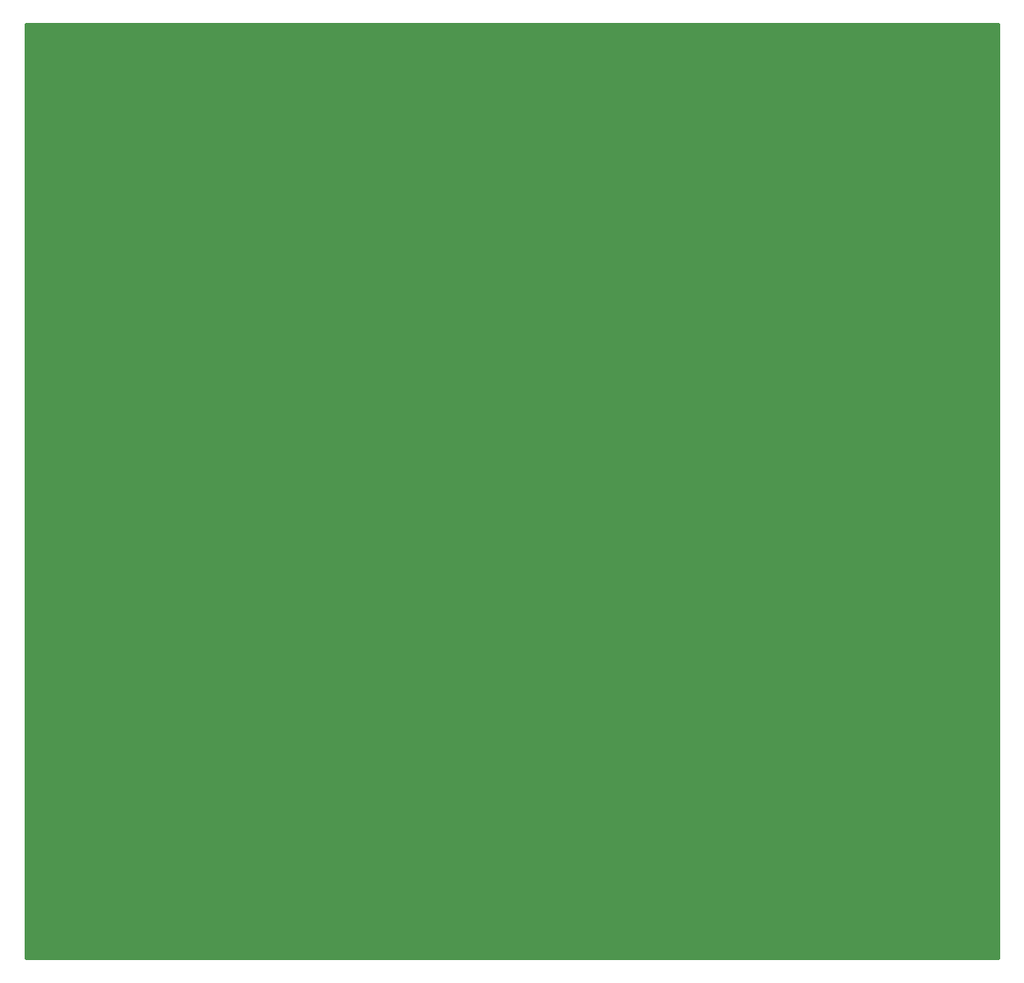
<source format=gbr>
%TF.GenerationSoftware,KiCad,Pcbnew,(5.1.8)-1*%
%TF.CreationDate,2022-03-01T18:10:39+01:00*%
%TF.ProjectId,controleur_radiateur,636f6e74-726f-46c6-9575-725f72616469,v1.1*%
%TF.SameCoordinates,Original*%
%TF.FileFunction,Profile,NP*%
%FSLAX46Y46*%
G04 Gerber Fmt 4.6, Leading zero omitted, Abs format (unit mm)*
G04 Created by KiCad (PCBNEW (5.1.8)-1) date 2022-03-01 18:10:39*
%MOMM*%
%LPD*%
G01*
G04 APERTURE LIST*
%ADD10C,0.254000*%
%ADD11C,0.100000*%
G04 APERTURE END LIST*
D10*
X196088000Y-152273000D02*
X99187000Y-152273000D01*
X99187000Y-59182000D01*
X196088000Y-59182000D01*
X196088000Y-152273000D01*
D11*
G36*
X196088000Y-152273000D02*
G01*
X99187000Y-152273000D01*
X99187000Y-59182000D01*
X196088000Y-59182000D01*
X196088000Y-152273000D01*
G37*
M02*

</source>
